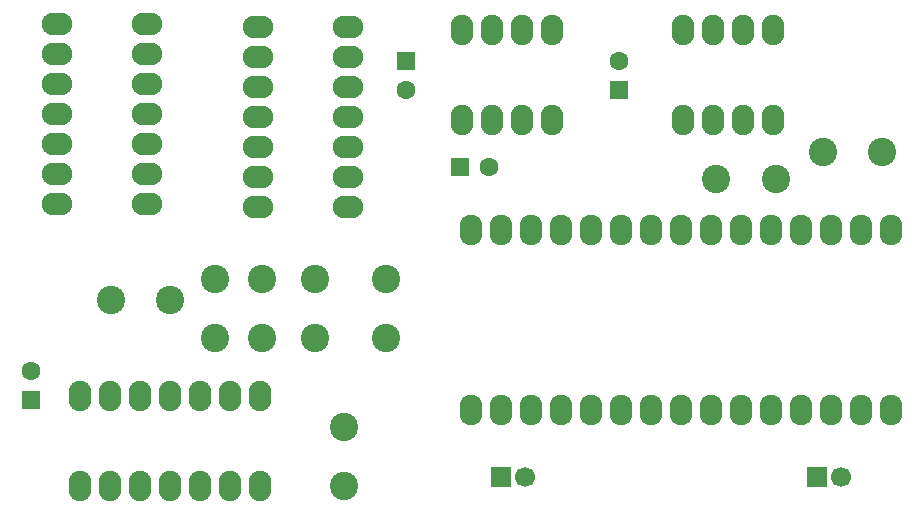
<source format=gbr>
G04 #@! TF.FileFunction,Soldermask,Top*
%FSLAX46Y46*%
G04 Gerber Fmt 4.6, Leading zero omitted, Abs format (unit mm)*
G04 Created by KiCad (PCBNEW 4.0.4-stable) date Monday, December 05, 2016 'PMt' 07:15:31 PM*
%MOMM*%
%LPD*%
G01*
G04 APERTURE LIST*
%ADD10C,0.100000*%
%ADD11R,1.600000X1.600000*%
%ADD12C,1.600000*%
%ADD13R,1.700000X1.700000*%
%ADD14C,1.700000*%
%ADD15O,1.924000X2.599640*%
%ADD16O,1.924000X2.597100*%
%ADD17O,2.599640X1.901140*%
%ADD18O,1.901140X2.599640*%
%ADD19C,2.398980*%
G04 APERTURE END LIST*
D10*
D11*
X79250000Y-37250000D03*
D12*
X79250000Y-39750000D03*
D11*
X47500000Y-66000000D03*
D12*
X47500000Y-63500000D03*
D11*
X83750000Y-46250000D03*
D12*
X86250000Y-46250000D03*
D11*
X97250000Y-39750000D03*
D12*
X97250000Y-37250000D03*
D13*
X114000000Y-72500000D03*
D14*
X116000000Y-72500000D03*
D13*
X87250000Y-72500000D03*
D14*
X89250000Y-72500000D03*
D15*
X120280000Y-51630000D03*
X117740000Y-51630000D03*
X115200000Y-51630000D03*
X112660000Y-51630000D03*
X110120000Y-51630000D03*
X107580000Y-51630000D03*
X105040000Y-51630000D03*
X102500000Y-51630000D03*
X99960000Y-51630000D03*
X97420000Y-51630000D03*
X94880000Y-51630000D03*
X92340000Y-51630000D03*
X89800000Y-51630000D03*
X87260000Y-51630000D03*
X84720000Y-51630000D03*
X84720000Y-66870000D03*
X87260000Y-66870000D03*
X89800000Y-66870000D03*
X92340000Y-66870000D03*
D16*
X94880000Y-66870000D03*
X97420000Y-66870000D03*
X99960000Y-66870000D03*
X102500000Y-66870000D03*
X105040000Y-66870000D03*
X107580000Y-66870000D03*
X110120000Y-66870000D03*
X112660000Y-66870000D03*
X115200000Y-66870000D03*
X117740000Y-66870000D03*
X120280000Y-66870000D03*
D17*
X57310000Y-49370000D03*
X57310000Y-46830000D03*
X57310000Y-44290000D03*
X57310000Y-41750000D03*
X57310000Y-39210000D03*
X57310000Y-36670000D03*
X57310000Y-34130000D03*
X49690000Y-34130000D03*
X49690000Y-36670000D03*
X49690000Y-39210000D03*
X49690000Y-41750000D03*
X49690000Y-44290000D03*
X49690000Y-46830000D03*
X49690000Y-49370000D03*
X66690000Y-34380000D03*
X66690000Y-36920000D03*
X66690000Y-39460000D03*
X66690000Y-42000000D03*
X66690000Y-44540000D03*
X66690000Y-47080000D03*
X66690000Y-49620000D03*
X74310000Y-49620000D03*
X74310000Y-47080000D03*
X74310000Y-44540000D03*
X74310000Y-42000000D03*
X74310000Y-39460000D03*
X74310000Y-36920000D03*
X74310000Y-34380000D03*
D18*
X83940000Y-42310000D03*
X86480000Y-42310000D03*
X89020000Y-42310000D03*
X91560000Y-42310000D03*
X91560000Y-34690000D03*
X89020000Y-34690000D03*
X86480000Y-34690000D03*
X83940000Y-34690000D03*
X51630000Y-73310000D03*
X54170000Y-73310000D03*
X56710000Y-73310000D03*
X59250000Y-73310000D03*
X61790000Y-73310000D03*
X64330000Y-73310000D03*
X66870000Y-73310000D03*
X66870000Y-65690000D03*
X64330000Y-65690000D03*
X61790000Y-65690000D03*
X59250000Y-65690000D03*
X56710000Y-65690000D03*
X54170000Y-65690000D03*
X51630000Y-65690000D03*
X102690000Y-42310000D03*
X105230000Y-42310000D03*
X107770000Y-42310000D03*
X110310000Y-42310000D03*
X110310000Y-34690000D03*
X107770000Y-34690000D03*
X105230000Y-34690000D03*
X102690000Y-34690000D03*
D19*
X54250640Y-57500000D03*
X59251900Y-57500000D03*
X71500000Y-60749360D03*
X71500000Y-55748100D03*
X67000000Y-55750640D03*
X67000000Y-60751900D03*
X74000000Y-68250640D03*
X74000000Y-73251900D03*
X77500000Y-60749360D03*
X77500000Y-55748100D03*
X63000000Y-60749360D03*
X63000000Y-55748100D03*
X110499360Y-47250000D03*
X105498100Y-47250000D03*
X119499360Y-45000000D03*
X114498100Y-45000000D03*
M02*

</source>
